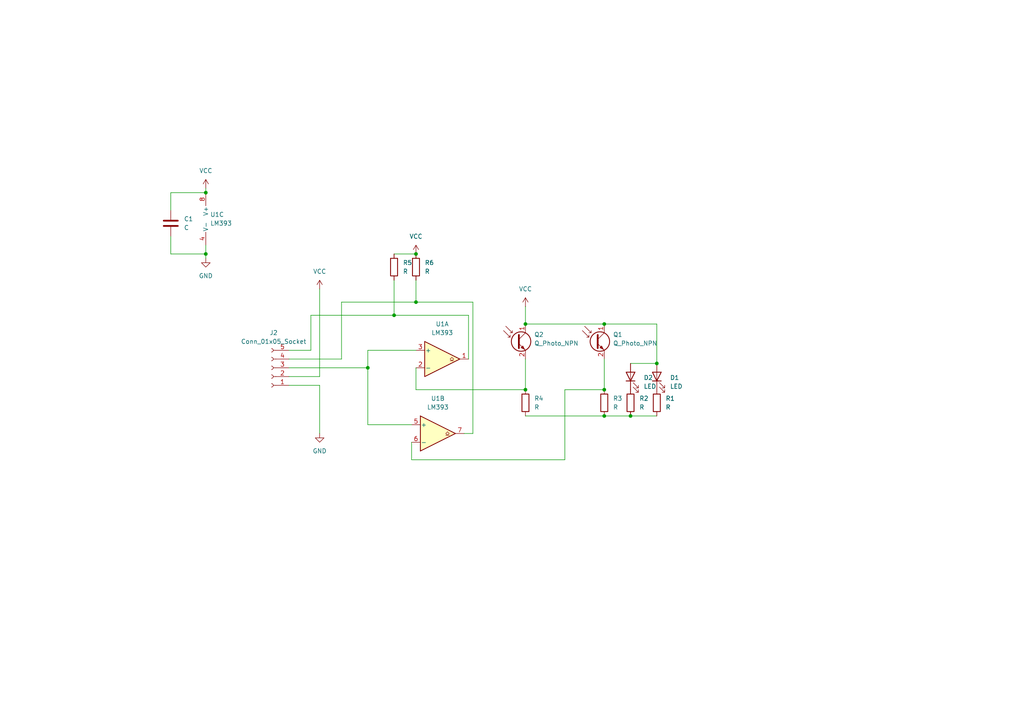
<source format=kicad_sch>
(kicad_sch (version 20250114) (generator "eeschema") (generator_version "9.0")
  (paper "A4")
  (lib_symbols
    (symbol "Comparator:LM393" (pin_names (offset 0.127))
      (property "Reference" "U" (at 3.81 3.81 0))
      (property "Value" "LM393" (at 6.35 -3.81 0))
      (symbol "LM393_1_1"
        (polyline (pts (xy -5.08 5.08) (xy 5.08 0) (xy -5.08 -5.08) (xy -5.08 5.08)) (stroke (width 0.254)) (fill (type background)))
        (polyline (pts (xy 3.302 -0.508) (xy 2.794 -0.508) (xy 3.302 0) (xy 2.794 0.508) (xy 2.286 0) (xy 2.794 -0.508) (xy 2.286 -0.508)) (stroke (width 0.127)))
        (pin input line (at -7.62 2.54 0) (length 2.54) (name "+") (number "3"))
        (pin input line (at -7.62 -2.54 0) (length 2.54) (name "-") (number "2"))
        (pin open_collector line (at 7.62 0 180) (length 2.54) (name "~") (number "1"))
      )
      (symbol "LM393_2_1"
        (polyline (pts (xy -5.08 5.08) (xy 5.08 0) (xy -5.08 -5.08) (xy -5.08 5.08)) (stroke (width 0.254)) (fill (type background)))
        (polyline (pts (xy 3.302 -0.508) (xy 2.794 -0.508) (xy 3.302 0) (xy 2.794 0.508) (xy 2.286 0) (xy 2.794 -0.508) (xy 2.286 -0.508)) (stroke (width 0.127)))
        (pin input line (at -7.62 2.54 0) (length 2.54) (name "+") (number "5"))
        (pin input line (at -7.62 -2.54 0) (length 2.54) (name "-") (number "6"))
        (pin open_collector line (at 7.62 0 180) (length 2.54) (name "~") (number "7"))
      )
      (symbol "LM393_3_1"
        (pin power_in line (at -2.54 7.62 270) (length 3.81) (name "V+") (number "8"))
        (pin power_in line (at -2.54 -7.62 90) (length 3.81) (name "V-") (number "4"))
      )
    )
    (symbol "Connector:Conn_01x05_Socket" (pin_names (offset 1.016) (hide yes))
      (property "Reference" "J" (at 0 7.62 0))
      (property "Value" "Conn_01x05_Socket" (at 0 -7.62 0))
      (symbol "Conn_01x05_Socket_1_1"
        (polyline (pts (xy -1.27 5.08) (xy -0.508 5.08)) (stroke (width 0.1524)))
        (polyline (pts (xy -1.27 2.54) (xy -0.508 2.54)) (stroke (width 0.1524)))
        (polyline (pts (xy -1.27 0) (xy -0.508 0)) (stroke (width 0.1524)))
        (polyline (pts (xy -1.27 -2.54) (xy -0.508 -2.54)) (stroke (width 0.1524)))
        (polyline (pts (xy -1.27 -5.08) (xy -0.508 -5.08)) (stroke (width 0.1524)))
        (arc (start 0 4.572) (mid -0.5058 5.08) (end 0 5.588) (stroke (width 0.1524)))
        (arc (start 0 2.032) (mid -0.5058 2.54) (end 0 3.048) (stroke (width 0.1524)))
        (arc (start 0 -0.508) (mid -0.5058 0) (end 0 0.508) (stroke (width 0.1524)))
        (arc (start 0 -3.048) (mid -0.5058 -2.54) (end 0 -2.032) (stroke (width 0.1524)))
        (arc (start 0 -5.588) (mid -0.5058 -5.08) (end 0 -4.572) (stroke (width 0.1524)))
        (pin passive line (at -5.08 5.08 0) (length 3.81) (name "Pin_1") (number "1"))
        (pin passive line (at -5.08 2.54 0) (length 3.81) (name "Pin_2") (number "2"))
        (pin passive line (at -5.08 0 0) (length 3.81) (name "Pin_3") (number "3"))
        (pin passive line (at -5.08 -2.54 0) (length 3.81) (name "Pin_4") (number "4"))
        (pin passive line (at -5.08 -5.08 0) (length 3.81) (name "Pin_5") (number "5"))
      )
    )
    (symbol "Device:C" (pin_numbers (hide yes)) (pin_names (offset 0.254))
      (property "Reference" "C" (at 0.635 2.54 0))
      (property "Value" "C" (at 0.635 -2.54 0))
      (symbol "C_0_1"
        (polyline (pts (xy -2.032 0.762) (xy 2.032 0.762)) (stroke (width 0.508)))
        (polyline (pts (xy -2.032 -0.762) (xy 2.032 -0.762)) (stroke (width 0.508)))
      )
      (symbol "C_1_1"
        (pin passive line (at 0 3.81 270) (length 2.794) (name "~") (number "1"))
        (pin passive line (at 0 -3.81 90) (length 2.794) (name "~") (number "2"))
      )
    )
    (symbol "Device:LED" (pin_numbers (hide yes)) (pin_names (offset 1.016) (hide yes))
      (property "Reference" "D" (at 0 2.54 0))
      (property "Value" "LED" (at 0 -2.54 0))
      (symbol "LED_0_1"
        (polyline (pts (xy -3.048 -0.762) (xy -4.572 -2.286) (xy -3.81 -2.286) (xy -4.572 -2.286) (xy -4.572 -1.524)))
        (polyline (pts (xy -1.778 -0.762) (xy -3.302 -2.286) (xy -2.54 -2.286) (xy -3.302 -2.286) (xy -3.302 -1.524)))
        (polyline (pts (xy -1.27 0) (xy 1.27 0)))
        (polyline (pts (xy -1.27 -1.27) (xy -1.27 1.27)) (stroke (width 0.254)))
        (polyline (pts (xy 1.27 -1.27) (xy 1.27 1.27) (xy -1.27 0) (xy 1.27 -1.27)) (stroke (width 0.254)))
      )
      (symbol "LED_1_1"
        (pin passive line (at -3.81 0 0) (length 2.54) (name "K") (number "1"))
        (pin passive line (at 3.81 0 180) (length 2.54) (name "A") (number "2"))
      )
    )
    (symbol "Device:Q_Photo_NPN" (pin_names (offset 0) (hide yes))
      (property "Reference" "Q" (at 5.08 1.27 0))
      (property "Value" "Q_Photo_NPN" (at 5.08 -1.27 0))
      (symbol "Q_Photo_NPN_0_1"
        (polyline (pts (xy -3.81 3.175) (xy -1.905 1.27) (xy -1.905 1.905)))
        (polyline (pts (xy -3.175 4.445) (xy -1.27 2.54) (xy -1.27 3.175)))
        (polyline (pts (xy -1.905 1.27) (xy -2.54 1.27)))
        (polyline (pts (xy -1.27 2.54) (xy -1.905 2.54)))
        (polyline (pts (xy 0.635 1.905) (xy 0.635 -1.905) (xy 0.635 -1.905)) (stroke (width 0.508)))
        (polyline (pts (xy 0.635 0.635) (xy 2.54 2.54)))
        (polyline (pts (xy 0.635 -0.635) (xy 2.54 -2.54) (xy 2.54 -2.54)))
        (circle (center 1.27 0) (radius 2.8194) (stroke (width 0.254)))
        (polyline (pts (xy 1.27 -1.778) (xy 1.778 -1.27) (xy 2.286 -2.286) (xy 1.27 -1.778) (xy 1.27 -1.778)) (fill (type outline)))
      )
      (symbol "Q_Photo_NPN_1_1"
        (pin passive line (at 2.54 5.08 270) (length 2.54) (name "C") (number "1"))
        (pin passive line (at 2.54 -5.08 90) (length 2.54) (name "E") (number "2"))
      )
    )
    (symbol "Device:R" (pin_numbers (hide yes)) (pin_names (offset 0))
      (property "Reference" "R" (at 2.032 0 90))
      (property "Value" "R" (at 0 0 90))
      (symbol "R_0_1"
        (rectangle (start -1.016 -2.54) (end 1.016 2.54) (stroke (width 0.254)))
      )
      (symbol "R_1_1"
        (pin passive line (at 0 3.81 270) (length 1.27) (name "~") (number "1"))
        (pin passive line (at 0 -3.81 90) (length 1.27) (name "~") (number "2"))
      )
    )
    (symbol "power:GND" (power) (pin_numbers (hide yes)) (pin_names (offset 0) (hide yes))
      (property "Value" "GND" (at 0 -3.81 0))
      (symbol "GND_0_1"
        (polyline (pts (xy 0 0) (xy 0 -1.27) (xy 1.27 -1.27) (xy 0 -2.54) (xy -1.27 -1.27) (xy 0 -1.27)))
      )
      (symbol "GND_1_1"
        (pin power_in line (at 0 0 270) (length 0) (name "~") (number "1"))
      )
    )
    (symbol "power:VCC" (power) (pin_numbers (hide yes)) (pin_names (offset 0) (hide yes))
      (property "Value" "VCC" (at 0 3.556 0))
      (symbol "VCC_0_1"
        (polyline (pts (xy -0.762 1.27) (xy 0 2.54)))
        (polyline (pts (xy 0 2.54) (xy 0.762 1.27)))
        (polyline (pts (xy 0 0) (xy 0 2.54)))
      )
      (symbol "VCC_1_1"
        (pin power_in line (at 0 0 90) (length 0) (name "~") (number "1"))
      )
    )
  )
  (junction (at 182.88 120.65))
  (junction (at 152.4 93.98))
  (junction (at 175.26 93.98))
  (junction (at 106.68 106.68))
  (junction (at 120.65 73.66))
  (junction (at 59.69 73.66))
  (junction (at 120.65 87.63))
  (junction (at 190.5 105.41))
  (junction (at 114.3 91.44))
  (junction (at 175.26 120.65))
  (junction (at 59.69 55.88))
  (junction (at 175.26 113.03))
  (junction (at 152.4 113.03))
  (wire (pts (xy 182.88 120.65) (xy 190.5 120.65)))
  (wire (pts (xy 49.53 60.96) (xy 49.53 55.88)))
  (wire (pts (xy 83.82 106.68) (xy 106.68 106.68)))
  (wire (pts (xy 152.4 120.65) (xy 175.26 120.65)))
  (wire (pts (xy 83.82 104.14) (xy 99.06 104.14)))
  (wire (pts (xy 120.65 106.68) (xy 120.65 113.03)))
  (wire (pts (xy 175.26 120.65) (xy 182.88 120.65)))
  (wire (pts (xy 135.89 91.44) (xy 114.3 91.44)))
  (wire (pts (xy 49.53 68.58) (xy 49.53 73.66)))
  (wire (pts (xy 120.65 87.63) (xy 137.16 87.63)))
  (wire (pts (xy 190.5 93.98) (xy 190.5 105.41)))
  (wire (pts (xy 106.68 106.68) (xy 106.68 101.6)))
  (wire (pts (xy 59.69 74.93) (xy 59.69 73.66)))
  (wire (pts (xy 152.4 88.9) (xy 152.4 93.98)))
  (wire (pts (xy 99.06 104.14) (xy 99.06 87.63)))
  (wire (pts (xy 59.69 54.61) (xy 59.69 55.88)))
  (wire (pts (xy 99.06 87.63) (xy 120.65 87.63)))
  (wire (pts (xy 163.83 113.03) (xy 163.83 133.35)))
  (wire (pts (xy 175.26 104.14) (xy 175.26 113.03)))
  (wire (pts (xy 114.3 73.66) (xy 120.65 73.66)))
  (wire (pts (xy 49.53 55.88) (xy 59.69 55.88)))
  (wire (pts (xy 106.68 106.68) (xy 106.68 123.19)))
  (wire (pts (xy 90.17 101.6) (xy 83.82 101.6)))
  (wire (pts (xy 114.3 91.44) (xy 90.17 91.44)))
  (wire (pts (xy 175.26 93.98) (xy 190.5 93.98)))
  (wire (pts (xy 83.82 111.76) (xy 92.71 111.76)))
  (wire (pts (xy 137.16 125.73) (xy 134.62 125.73)))
  (wire (pts (xy 137.16 87.63) (xy 137.16 125.73)))
  (wire (pts (xy 49.53 73.66) (xy 59.69 73.66)))
  (wire (pts (xy 152.4 93.98) (xy 175.26 93.98)))
  (wire (pts (xy 120.65 113.03) (xy 152.4 113.03)))
  (wire (pts (xy 92.71 109.22) (xy 92.71 83.82)))
  (wire (pts (xy 106.68 101.6) (xy 120.65 101.6)))
  (wire (pts (xy 135.89 104.14) (xy 135.89 91.44)))
  (wire (pts (xy 59.69 71.12) (xy 59.69 73.66)))
  (wire (pts (xy 119.38 133.35) (xy 119.38 128.27)))
  (wire (pts (xy 182.88 105.41) (xy 190.5 105.41)))
  (wire (pts (xy 152.4 104.14) (xy 152.4 113.03)))
  (wire (pts (xy 120.65 81.28) (xy 120.65 87.63)))
  (wire (pts (xy 163.83 133.35) (xy 119.38 133.35)))
  (wire (pts (xy 92.71 111.76) (xy 92.71 125.73)))
  (wire (pts (xy 83.82 109.22) (xy 92.71 109.22)))
  (wire (pts (xy 106.68 123.19) (xy 119.38 123.19)))
  (wire (pts (xy 90.17 91.44) (xy 90.17 101.6)))
  (wire (pts (xy 175.26 113.03) (xy 163.83 113.03)))
  (wire (pts (xy 114.3 81.28) (xy 114.3 91.44)))
  (symbol (lib_id "Device:LED") (at 190.5 109.22 90) (unit 1)
    (property "Reference" "D1" (at 194.31 109.5374 90) (effects (justify right)))
    (property "Value" "LED" (at 194.31 112.0774 90) (effects (justify right)))
    (property "Footprint" "LED_THT:LED_D3.0mm" (effects (hide yes)))
    (property "Description" "Light emitting diode" (effects (hide yes)))
    (property "Sim.Pins" "1=K 2=A" (effects (hide yes)))
  )
  (symbol (lib_id "power:VCC") (at 59.69 54.61 0) (unit 1)
    (property "Reference" "#PWR05" (effects (hide yes)))
    (property "Value" "VCC" (at 59.69 49.53 0))
    (property "Description" "Power symbol creates a global label with name \"VCC\"" (effects (hide yes)))
  )
  (symbol (lib_id "Connector:Conn_01x05_Socket") (at 78.74 106.68 180) (unit 1)
    (property "Reference" "J2" (at 79.375 96.52 0))
    (property "Value" "Conn_01x05_Socket" (at 79.375 99.06 0))
    (property "Footprint" "Connector_JST:JST_XH_B2B-XH-A_1x02_P2.50mm_Vertical" (effects (hide yes)))
    (property "Description" "Generic connector, single row, 01x05, script generated" (effects (hide yes)))
  )
  (symbol (lib_id "Device:R") (at 114.3 77.47 0) (unit 1)
    (property "Reference" "R5" (at 116.84 76.1999 0) (effects (justify left)))
    (property "Value" "R" (at 116.84 78.7399 0) (effects (justify left)))
    (property "Footprint" "Resistor_THT:R_Axial_DIN0207_L6.3mm_D2.5mm_P10.16mm_Horizontal" (effects (hide yes)))
    (property "Description" "Resistor" (effects (hide yes)))
  )
  (symbol (lib_id "Comparator:LM393") (at 127 125.73 0) (unit 2)
    (property "Reference" "U1" (at 127 115.57 0))
    (property "Value" "LM393" (at 127 118.11 0))
    (property "Footprint" "Package_DIP:DIP-8_W7.62mm" (effects (hide yes)))
    (property "Datasheet" "http://www.ti.com/lit/ds/symlink/lm393.pdf" (effects (hide yes)))
    (property "Description" "Low-Power, Low-Offset Voltage, Dual Comparators, DIP-8/SOIC-8/TO-99-8" (effects (hide yes)))
  )
  (symbol (lib_id "power:VCC") (at 152.4 88.9 0) (unit 1)
    (property "Reference" "#PWR01" (effects (hide yes)))
    (property "Value" "VCC" (at 152.4 83.82 0))
    (property "Description" "Power symbol creates a global label with name \"VCC\"" (effects (hide yes)))
  )
  (symbol (lib_id "power:VCC") (at 120.65 73.66 0) (unit 1)
    (property "Reference" "#PWR04" (effects (hide yes)))
    (property "Value" "VCC" (at 120.65 68.58 0))
    (property "Description" "Power symbol creates a global label with name \"VCC\"" (effects (hide yes)))
  )
  (symbol (lib_id "Device:Q_Photo_NPN") (at 149.86 99.06 0) (unit 1)
    (property "Reference" "Q2" (at 154.94 97.0406 0) (effects (justify left)))
    (property "Value" "Q_Photo_NPN" (at 154.94 99.5806 0) (effects (justify left)))
    (property "Footprint" "LED_THT:LED_D3.0mm" (effects (hide yes)))
    (property "Description" "NPN phototransistor, collector/emitter" (effects (hide yes)))
  )
  (symbol (lib_id "Comparator:LM393") (at 128.27 104.14 0) (unit 1)
    (property "Reference" "U1" (at 128.27 93.98 0))
    (property "Value" "LM393" (at 128.27 96.52 0))
    (property "Footprint" "Package_DIP:DIP-8_W7.62mm" (effects (hide yes)))
    (property "Datasheet" "http://www.ti.com/lit/ds/symlink/lm393.pdf" (effects (hide yes)))
    (property "Description" "Low-Power, Low-Offset Voltage, Dual Comparators, DIP-8/SOIC-8/TO-99-8" (effects (hide yes)))
  )
  (symbol (lib_id "Device:R") (at 175.26 116.84 0) (unit 1)
    (property "Reference" "R3" (at 177.8 115.5699 0) (effects (justify left)))
    (property "Value" "R" (at 177.8 118.1099 0) (effects (justify left)))
    (property "Footprint" "Resistor_THT:R_Axial_DIN0207_L6.3mm_D2.5mm_P10.16mm_Horizontal" (effects (hide yes)))
    (property "Description" "Resistor" (effects (hide yes)))
  )
  (symbol (lib_id "Device:R") (at 182.88 116.84 0) (unit 1)
    (property "Reference" "R2" (at 185.42 115.5699 0) (effects (justify left)))
    (property "Value" "R" (at 185.42 118.1099 0) (effects (justify left)))
    (property "Footprint" "Resistor_THT:R_Axial_DIN0207_L6.3mm_D2.5mm_P10.16mm_Horizontal" (effects (hide yes)))
    (property "Description" "Resistor" (effects (hide yes)))
  )
  (symbol (lib_id "Device:R") (at 120.65 77.47 0) (unit 1)
    (property "Reference" "R6" (at 123.19 76.1999 0) (effects (justify left)))
    (property "Value" "R" (at 123.19 78.7399 0) (effects (justify left)))
    (property "Footprint" "Resistor_THT:R_Axial_DIN0207_L6.3mm_D2.5mm_P10.16mm_Horizontal" (effects (hide yes)))
    (property "Description" "Resistor" (effects (hide yes)))
  )
  (symbol (lib_id "power:VCC") (at 92.71 83.82 0) (unit 1)
    (property "Reference" "#PWR02" (effects (hide yes)))
    (property "Value" "VCC" (at 92.71 78.74 0))
    (property "Description" "Power symbol creates a global label with name \"VCC\"" (effects (hide yes)))
  )
  (symbol (lib_id "Device:R") (at 152.4 116.84 0) (unit 1)
    (property "Reference" "R4" (at 154.94 115.5699 0) (effects (justify left)))
    (property "Value" "R" (at 154.94 118.1099 0) (effects (justify left)))
    (property "Footprint" "Resistor_THT:R_Axial_DIN0207_L6.3mm_D2.5mm_P10.16mm_Horizontal" (effects (hide yes)))
    (property "Description" "Resistor" (effects (hide yes)))
  )
  (symbol (lib_id "power:GND") (at 92.71 125.73 0) (unit 1)
    (property "Reference" "#PWR03" (effects (hide yes)))
    (property "Value" "GND" (at 92.71 130.81 0))
    (property "Description" "Power symbol creates a global label with name \"GND\" , ground" (effects (hide yes)))
  )
  (symbol (lib_id "power:GND") (at 59.69 74.93 0) (unit 1)
    (property "Reference" "#PWR06" (effects (hide yes)))
    (property "Value" "GND" (at 59.69 80.01 0))
    (property "Description" "Power symbol creates a global label with name \"GND\" , ground" (effects (hide yes)))
  )
  (symbol (lib_id "Device:C") (at 49.53 64.77 0) (unit 1)
    (property "Reference" "C1" (at 53.34 63.4999 0) (effects (justify left)))
    (property "Value" "C" (at 53.34 66.0399 0) (effects (justify left)))
    (property "Footprint" "Capacitor_THT:C_Disc_D4.7mm_W2.5mm_P5.00mm" (effects (hide yes)))
    (property "Description" "Unpolarized capacitor" (effects (hide yes)))
  )
  (symbol (lib_id "Device:Q_Photo_NPN") (at 172.72 99.06 0) (unit 1)
    (property "Reference" "Q1" (at 177.8 97.0406 0) (effects (justify left)))
    (property "Value" "Q_Photo_NPN" (at 177.8 99.5806 0) (effects (justify left)))
    (property "Footprint" "LED_THT:LED_D3.0mm" (effects (hide yes)))
    (property "Description" "NPN phototransistor, collector/emitter" (effects (hide yes)))
  )
  (symbol (lib_id "Comparator:LM393") (at 62.23 63.5 0) (unit 3)
    (property "Reference" "U1" (at 60.96 62.2299 0) (effects (justify left)))
    (property "Value" "LM393" (at 60.96 64.7699 0) (effects (justify left)))
    (property "Footprint" "Package_DIP:DIP-8_W7.62mm" (effects (hide yes)))
    (property "Datasheet" "http://www.ti.com/lit/ds/symlink/lm393.pdf" (effects (hide yes)))
    (property "Description" "Low-Power, Low-Offset Voltage, Dual Comparators, DIP-8/SOIC-8/TO-99-8" (effects (hide yes)))
  )
  (symbol (lib_id "Device:LED") (at 182.88 109.22 90) (unit 1)
    (property "Reference" "D2" (at 186.69 109.5374 90) (effects (justify right)))
    (property "Value" "LED" (at 186.69 112.0774 90) (effects (justify right)))
    (property "Footprint" "LED_THT:LED_D3.0mm" (effects (hide yes)))
    (property "Description" "Light emitting diode" (effects (hide yes)))
    (property "Sim.Pins" "1=K 2=A" (effects (hide yes)))
  )
  (symbol (lib_id "Device:R") (at 190.5 116.84 0) (unit 1)
    (property "Reference" "R1" (at 193.04 115.5699 0) (effects (justify left)))
    (property "Value" "R" (at 193.04 118.1099 0) (effects (justify left)))
    (property "Footprint" "Resistor_THT:R_Axial_DIN0207_L6.3mm_D2.5mm_P10.16mm_Horizontal" (effects (hide yes)))
    (property "Description" "Resistor" (effects (hide yes)))
  )
)
</source>
